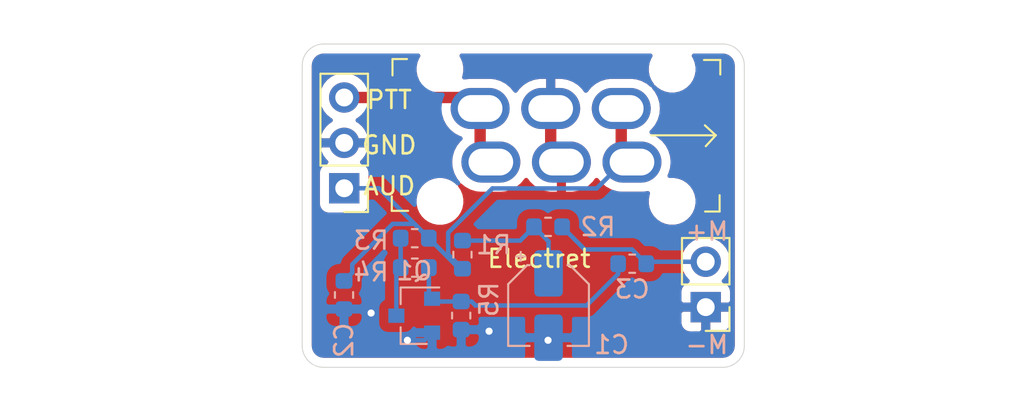
<source format=kicad_pcb>
(kicad_pcb (version 20171130) (host pcbnew "(5.1.4)-1")

  (general
    (thickness 1.6)
    (drawings 14)
    (tracks 57)
    (zones 0)
    (modules 12)
    (nets 8)
  )

  (page A4)
  (layers
    (0 F.Cu signal)
    (31 B.Cu signal hide)
    (32 B.Adhes user hide)
    (33 F.Adhes user)
    (34 B.Paste user hide)
    (35 F.Paste user)
    (36 B.SilkS user hide)
    (37 F.SilkS user)
    (38 B.Mask user hide)
    (39 F.Mask user)
    (40 Dwgs.User user)
    (41 Cmts.User user)
    (42 Eco1.User user)
    (43 Eco2.User user)
    (44 Edge.Cuts user)
    (45 Margin user)
    (46 B.CrtYd user hide)
    (47 F.CrtYd user)
    (48 B.Fab user hide)
    (49 F.Fab user)
  )

  (setup
    (last_trace_width 0.25)
    (user_trace_width 0.635)
    (trace_clearance 0.2)
    (zone_clearance 0.508)
    (zone_45_only no)
    (trace_min 0.2)
    (via_size 0.8)
    (via_drill 0.4)
    (via_min_size 0.4)
    (via_min_drill 0.3)
    (uvia_size 0.3)
    (uvia_drill 0.1)
    (uvias_allowed no)
    (uvia_min_size 0.2)
    (uvia_min_drill 0.1)
    (edge_width 0.05)
    (segment_width 0.2)
    (pcb_text_width 0.3)
    (pcb_text_size 1.5 1.5)
    (mod_edge_width 0.12)
    (mod_text_size 1 1)
    (mod_text_width 0.15)
    (pad_size 1.524 1.524)
    (pad_drill 0.762)
    (pad_to_mask_clearance 0.051)
    (solder_mask_min_width 0.25)
    (aux_axis_origin 0 0)
    (visible_elements 7FFFFFFF)
    (pcbplotparams
      (layerselection 0x010fc_ffffffff)
      (usegerberextensions false)
      (usegerberattributes false)
      (usegerberadvancedattributes false)
      (creategerberjobfile false)
      (excludeedgelayer true)
      (linewidth 0.100000)
      (plotframeref false)
      (viasonmask false)
      (mode 1)
      (useauxorigin false)
      (hpglpennumber 1)
      (hpglpenspeed 20)
      (hpglpendiameter 15.000000)
      (psnegative false)
      (psa4output false)
      (plotreference true)
      (plotvalue true)
      (plotinvisibletext false)
      (padsonsilk false)
      (subtractmaskfromsilk false)
      (outputformat 1)
      (mirror false)
      (drillshape 0)
      (scaleselection 1)
      (outputdirectory "GerbersElectret/"))
  )

  (net 0 "")
  (net 1 GND)
  (net 2 "Net-(C1-Pad1)")
  (net 3 "Net-(C2-Pad1)")
  (net 4 "Net-(C3-Pad2)")
  (net 5 "Net-(C3-Pad1)")
  (net 6 "Net-(J1-Pad3)")
  (net 7 "Net-(Q1-Pad3)")

  (net_class Default "This is the default net class."
    (clearance 0.2)
    (trace_width 0.25)
    (via_dia 0.8)
    (via_drill 0.4)
    (uvia_dia 0.3)
    (uvia_drill 0.1)
    (add_net GND)
    (add_net "Net-(C1-Pad1)")
    (add_net "Net-(C2-Pad1)")
    (add_net "Net-(C3-Pad1)")
    (add_net "Net-(C3-Pad2)")
    (add_net "Net-(J1-Pad3)")
    (add_net "Net-(Q1-Pad3)")
  )

  (module Logan:NingboSwitch (layer F.Cu) (tedit 5E6940D8) (tstamp 5E69CC49)
    (at 128.21 67.01)
    (path /5E6C7EB4)
    (fp_text reference S1 (at 0.49 -6.71 180) (layer F.SilkS) hide
      (effects (font (size 1 1) (thickness 0.15)))
    )
    (fp_text value NingboSwitch (at 0 0) (layer F.Fab)
      (effects (font (size 1 1) (thickness 0.15)))
    )
    (fp_line (start 8.9408 0) (end 8.3312 -0.5588) (layer F.SilkS) (width 0.12))
    (fp_line (start 8.9408 0) (end 8.382 0.6096) (layer F.SilkS) (width 0.12))
    (fp_line (start -9.1572 -3.3536) (end -9.1572 -4.268) (layer F.SilkS) (width 0.12))
    (fp_line (start -9.1572 -4.268) (end -8.3444 -4.268) (layer F.SilkS) (width 0.12))
    (fp_line (start -8.2812 4.2296) (end -9.1956 4.2296) (layer F.SilkS) (width 0.12))
    (fp_line (start -9.1956 4.2296) (end -9.1956 3.4168) (layer F.SilkS) (width 0.12))
    (fp_line (start 9.1572 3.3536) (end 9.1572 4.268) (layer F.SilkS) (width 0.12))
    (fp_line (start 9.1572 4.268) (end 8.3444 4.268) (layer F.SilkS) (width 0.12))
    (fp_line (start 8.9408 0) (end 5.334 0) (layer F.SilkS) (width 0.12))
    (fp_line (start 9.1948 -4.2164) (end 9.1948 -3.4036) (layer F.SilkS) (width 0.12))
    (fp_line (start 8.2804 -4.2164) (end 9.1948 -4.2164) (layer F.SilkS) (width 0.12))
    (fp_line (start -8.94 4) (end -8.94 -4) (layer F.CrtYd) (width 0.05))
    (fp_line (start 8.94 4) (end -8.94 4) (layer F.CrtYd) (width 0.05))
    (fp_line (start 8.94 -4) (end 8.94 4) (layer F.CrtYd) (width 0.05))
    (fp_line (start -8.94 -4) (end 8.94 -4) (layer F.CrtYd) (width 0.05))
    (pad "" np_thru_hole circle (at -6.5 3.7) (size 1.6 1.6) (drill 1.6) (layers *.Cu *.Mask))
    (pad "" np_thru_hole circle (at 6.5 3.7) (size 1.6 1.6) (drill 1.6) (layers *.Cu *.Mask))
    (pad "" np_thru_hole circle (at -6.5 -3.7) (size 1.6 1.6) (drill 1.6) (layers *.Cu *.Mask))
    (pad "" np_thru_hole circle (at 6.5 -3.7) (size 1.6 1.6) (drill 1.6) (layers *.Cu *.Mask))
    (pad 6 thru_hole oval (at 4.25 1.5) (size 3.3 2.3) (drill oval 2.5 1.5) (layers *.Cu *.Mask)
      (net 3 "Net-(C2-Pad1)"))
    (pad 5 thru_hole oval (at 3.65 -1.5) (size 3.3 2.3) (drill oval 2.5 1.5) (layers *.Cu *.Mask)
      (net 3 "Net-(C2-Pad1)"))
    (pad 4 thru_hole oval (at 0.3 1.5) (size 3.3 2.3) (drill oval 2.5 1.5) (layers *.Cu *.Mask)
      (net 1 GND))
    (pad 3 thru_hole oval (at -0.3 -1.5) (size 3.3 2.3) (drill oval 2.5 1.5) (layers *.Cu *.Mask)
      (net 1 GND))
    (pad 1 thru_hole oval (at -3.65 1.5) (size 3.3 2.3) (drill oval 2.5 1.5) (layers *.Cu *.Mask)
      (net 6 "Net-(J1-Pad3)"))
    (pad 2 thru_hole oval (at -4.25 -1.5) (size 3.3 2.3) (drill oval 2.5 1.5) (layers *.Cu *.Mask)
      (net 6 "Net-(J1-Pad3)"))
    (model C:/Users/lbleam/Documents/stepfiles/NingboSwitch.STEP
      (offset (xyz -1.9 -2.5 -12))
      (scale (xyz 1 1 1))
      (rotate (xyz 90 180 -90))
    )
  )

  (module Resistor_SMD:R_0603_1608Metric (layer B.Cu) (tedit 5B301BBD) (tstamp 5E69B9BA)
    (at 122.9 77.1025 270)
    (descr "Resistor SMD 0603 (1608 Metric), square (rectangular) end terminal, IPC_7351 nominal, (Body size source: http://www.tortai-tech.com/upload/download/2011102023233369053.pdf), generated with kicad-footprint-generator")
    (tags resistor)
    (path /5E6BFE4E)
    (attr smd)
    (fp_text reference R5 (at -0.9025 -1.56 270) (layer B.SilkS)
      (effects (font (size 1 1) (thickness 0.15)) (justify mirror))
    )
    (fp_text value 45k (at 0 -1.43 90) (layer B.Fab)
      (effects (font (size 1 1) (thickness 0.15)) (justify mirror))
    )
    (fp_text user %R (at 0 0 90) (layer B.Fab)
      (effects (font (size 0.4 0.4) (thickness 0.06)) (justify mirror))
    )
    (fp_line (start 1.48 -0.73) (end -1.48 -0.73) (layer B.CrtYd) (width 0.05))
    (fp_line (start 1.48 0.73) (end 1.48 -0.73) (layer B.CrtYd) (width 0.05))
    (fp_line (start -1.48 0.73) (end 1.48 0.73) (layer B.CrtYd) (width 0.05))
    (fp_line (start -1.48 -0.73) (end -1.48 0.73) (layer B.CrtYd) (width 0.05))
    (fp_line (start -0.162779 -0.51) (end 0.162779 -0.51) (layer B.SilkS) (width 0.12))
    (fp_line (start -0.162779 0.51) (end 0.162779 0.51) (layer B.SilkS) (width 0.12))
    (fp_line (start 0.8 -0.4) (end -0.8 -0.4) (layer B.Fab) (width 0.1))
    (fp_line (start 0.8 0.4) (end 0.8 -0.4) (layer B.Fab) (width 0.1))
    (fp_line (start -0.8 0.4) (end 0.8 0.4) (layer B.Fab) (width 0.1))
    (fp_line (start -0.8 -0.4) (end -0.8 0.4) (layer B.Fab) (width 0.1))
    (pad 2 smd roundrect (at 0.7875 0 270) (size 0.875 0.95) (layers B.Cu B.Paste B.Mask) (roundrect_rratio 0.25)
      (net 1 GND))
    (pad 1 smd roundrect (at -0.7875 0 270) (size 0.875 0.95) (layers B.Cu B.Paste B.Mask) (roundrect_rratio 0.25)
      (net 5 "Net-(C3-Pad1)"))
    (model ${KISYS3DMOD}/Resistor_SMD.3dshapes/R_0603_1608Metric.wrl
      (at (xyz 0 0 0))
      (scale (xyz 1 1 1))
      (rotate (xyz 0 0 0))
    )
  )

  (module Resistor_SMD:R_0603_1608Metric (layer B.Cu) (tedit 5B301BBD) (tstamp 5E69B9A9)
    (at 120.3025 74.42)
    (descr "Resistor SMD 0603 (1608 Metric), square (rectangular) end terminal, IPC_7351 nominal, (Body size source: http://www.tortai-tech.com/upload/download/2011102023233369053.pdf), generated with kicad-footprint-generator")
    (tags resistor)
    (path /5E6BF9E4)
    (attr smd)
    (fp_text reference R4 (at -2.4465 0.256) (layer B.SilkS)
      (effects (font (size 1 1) (thickness 0.15)) (justify mirror))
    )
    (fp_text value 100k (at 0 -1.43) (layer B.Fab)
      (effects (font (size 1 1) (thickness 0.15)) (justify mirror))
    )
    (fp_text user %R (at 0 0) (layer B.Fab)
      (effects (font (size 0.4 0.4) (thickness 0.06)) (justify mirror))
    )
    (fp_line (start 1.48 -0.73) (end -1.48 -0.73) (layer B.CrtYd) (width 0.05))
    (fp_line (start 1.48 0.73) (end 1.48 -0.73) (layer B.CrtYd) (width 0.05))
    (fp_line (start -1.48 0.73) (end 1.48 0.73) (layer B.CrtYd) (width 0.05))
    (fp_line (start -1.48 -0.73) (end -1.48 0.73) (layer B.CrtYd) (width 0.05))
    (fp_line (start -0.162779 -0.51) (end 0.162779 -0.51) (layer B.SilkS) (width 0.12))
    (fp_line (start -0.162779 0.51) (end 0.162779 0.51) (layer B.SilkS) (width 0.12))
    (fp_line (start 0.8 -0.4) (end -0.8 -0.4) (layer B.Fab) (width 0.1))
    (fp_line (start 0.8 0.4) (end 0.8 -0.4) (layer B.Fab) (width 0.1))
    (fp_line (start -0.8 0.4) (end 0.8 0.4) (layer B.Fab) (width 0.1))
    (fp_line (start -0.8 -0.4) (end -0.8 0.4) (layer B.Fab) (width 0.1))
    (pad 2 smd roundrect (at 0.7875 0) (size 0.875 0.95) (layers B.Cu B.Paste B.Mask) (roundrect_rratio 0.25)
      (net 5 "Net-(C3-Pad1)"))
    (pad 1 smd roundrect (at -0.7875 0) (size 0.875 0.95) (layers B.Cu B.Paste B.Mask) (roundrect_rratio 0.25)
      (net 7 "Net-(Q1-Pad3)"))
    (model ${KISYS3DMOD}/Resistor_SMD.3dshapes/R_0603_1608Metric.wrl
      (at (xyz 0 0 0))
      (scale (xyz 1 1 1))
      (rotate (xyz 0 0 0))
    )
  )

  (module Resistor_SMD:R_0603_1608Metric (layer B.Cu) (tedit 5B301BBD) (tstamp 5E69B998)
    (at 120.2975 72.77 180)
    (descr "Resistor SMD 0603 (1608 Metric), square (rectangular) end terminal, IPC_7351 nominal, (Body size source: http://www.tortai-tech.com/upload/download/2011102023233369053.pdf), generated with kicad-footprint-generator")
    (tags resistor)
    (path /5E6C050A)
    (attr smd)
    (fp_text reference R3 (at 2.4415 -0.128) (layer B.SilkS)
      (effects (font (size 1 1) (thickness 0.15)) (justify mirror))
    )
    (fp_text value 1k (at 0 -1.43) (layer B.Fab)
      (effects (font (size 1 1) (thickness 0.15)) (justify mirror))
    )
    (fp_text user %R (at 0 0) (layer B.Fab)
      (effects (font (size 0.4 0.4) (thickness 0.06)) (justify mirror))
    )
    (fp_line (start 1.48 -0.73) (end -1.48 -0.73) (layer B.CrtYd) (width 0.05))
    (fp_line (start 1.48 0.73) (end 1.48 -0.73) (layer B.CrtYd) (width 0.05))
    (fp_line (start -1.48 0.73) (end 1.48 0.73) (layer B.CrtYd) (width 0.05))
    (fp_line (start -1.48 -0.73) (end -1.48 0.73) (layer B.CrtYd) (width 0.05))
    (fp_line (start -0.162779 -0.51) (end 0.162779 -0.51) (layer B.SilkS) (width 0.12))
    (fp_line (start -0.162779 0.51) (end 0.162779 0.51) (layer B.SilkS) (width 0.12))
    (fp_line (start 0.8 -0.4) (end -0.8 -0.4) (layer B.Fab) (width 0.1))
    (fp_line (start 0.8 0.4) (end 0.8 -0.4) (layer B.Fab) (width 0.1))
    (fp_line (start -0.8 0.4) (end 0.8 0.4) (layer B.Fab) (width 0.1))
    (fp_line (start -0.8 -0.4) (end -0.8 0.4) (layer B.Fab) (width 0.1))
    (pad 2 smd roundrect (at 0.7875 0 180) (size 0.875 0.95) (layers B.Cu B.Paste B.Mask) (roundrect_rratio 0.25)
      (net 7 "Net-(Q1-Pad3)"))
    (pad 1 smd roundrect (at -0.7875 0 180) (size 0.875 0.95) (layers B.Cu B.Paste B.Mask) (roundrect_rratio 0.25)
      (net 3 "Net-(C2-Pad1)"))
    (model ${KISYS3DMOD}/Resistor_SMD.3dshapes/R_0603_1608Metric.wrl
      (at (xyz 0 0 0))
      (scale (xyz 1 1 1))
      (rotate (xyz 0 0 0))
    )
  )

  (module Resistor_SMD:R_0603_1608Metric (layer B.Cu) (tedit 5B301BBD) (tstamp 5E69B987)
    (at 127.762 72.136)
    (descr "Resistor SMD 0603 (1608 Metric), square (rectangular) end terminal, IPC_7351 nominal, (Body size source: http://www.tortai-tech.com/upload/download/2011102023233369053.pdf), generated with kicad-footprint-generator")
    (tags resistor)
    (path /5E6C3454)
    (attr smd)
    (fp_text reference R2 (at 2.794 0) (layer B.SilkS)
      (effects (font (size 1 1) (thickness 0.15)) (justify mirror))
    )
    (fp_text value 1k (at 0 -1.43) (layer B.Fab)
      (effects (font (size 1 1) (thickness 0.15)) (justify mirror))
    )
    (fp_text user %R (at 0 0) (layer B.Fab)
      (effects (font (size 0.4 0.4) (thickness 0.06)) (justify mirror))
    )
    (fp_line (start 1.48 -0.73) (end -1.48 -0.73) (layer B.CrtYd) (width 0.05))
    (fp_line (start 1.48 0.73) (end 1.48 -0.73) (layer B.CrtYd) (width 0.05))
    (fp_line (start -1.48 0.73) (end 1.48 0.73) (layer B.CrtYd) (width 0.05))
    (fp_line (start -1.48 -0.73) (end -1.48 0.73) (layer B.CrtYd) (width 0.05))
    (fp_line (start -0.162779 -0.51) (end 0.162779 -0.51) (layer B.SilkS) (width 0.12))
    (fp_line (start -0.162779 0.51) (end 0.162779 0.51) (layer B.SilkS) (width 0.12))
    (fp_line (start 0.8 -0.4) (end -0.8 -0.4) (layer B.Fab) (width 0.1))
    (fp_line (start 0.8 0.4) (end 0.8 -0.4) (layer B.Fab) (width 0.1))
    (fp_line (start -0.8 0.4) (end 0.8 0.4) (layer B.Fab) (width 0.1))
    (fp_line (start -0.8 -0.4) (end -0.8 0.4) (layer B.Fab) (width 0.1))
    (pad 2 smd roundrect (at 0.7875 0) (size 0.875 0.95) (layers B.Cu B.Paste B.Mask) (roundrect_rratio 0.25)
      (net 4 "Net-(C3-Pad2)"))
    (pad 1 smd roundrect (at -0.7875 0) (size 0.875 0.95) (layers B.Cu B.Paste B.Mask) (roundrect_rratio 0.25)
      (net 2 "Net-(C1-Pad1)"))
    (model ${KISYS3DMOD}/Resistor_SMD.3dshapes/R_0603_1608Metric.wrl
      (at (xyz 0 0 0))
      (scale (xyz 1 1 1))
      (rotate (xyz 0 0 0))
    )
  )

  (module Resistor_SMD:R_0603_1608Metric (layer B.Cu) (tedit 5B301BBD) (tstamp 5E69B976)
    (at 122.97 73.6925 270)
    (descr "Resistor SMD 0603 (1608 Metric), square (rectangular) end terminal, IPC_7351 nominal, (Body size source: http://www.tortai-tech.com/upload/download/2011102023233369053.pdf), generated with kicad-footprint-generator")
    (tags resistor)
    (path /5E6C29A5)
    (attr smd)
    (fp_text reference R1 (at -0.5405 -1.744 180) (layer B.SilkS)
      (effects (font (size 1 1) (thickness 0.15)) (justify mirror))
    )
    (fp_text value 2.2k (at 0 -1.43 90) (layer B.Fab)
      (effects (font (size 1 1) (thickness 0.15)) (justify mirror))
    )
    (fp_text user %R (at 0 0 90) (layer B.Fab)
      (effects (font (size 0.4 0.4) (thickness 0.06)) (justify mirror))
    )
    (fp_line (start 1.48 -0.73) (end -1.48 -0.73) (layer B.CrtYd) (width 0.05))
    (fp_line (start 1.48 0.73) (end 1.48 -0.73) (layer B.CrtYd) (width 0.05))
    (fp_line (start -1.48 0.73) (end 1.48 0.73) (layer B.CrtYd) (width 0.05))
    (fp_line (start -1.48 -0.73) (end -1.48 0.73) (layer B.CrtYd) (width 0.05))
    (fp_line (start -0.162779 -0.51) (end 0.162779 -0.51) (layer B.SilkS) (width 0.12))
    (fp_line (start -0.162779 0.51) (end 0.162779 0.51) (layer B.SilkS) (width 0.12))
    (fp_line (start 0.8 -0.4) (end -0.8 -0.4) (layer B.Fab) (width 0.1))
    (fp_line (start 0.8 0.4) (end 0.8 -0.4) (layer B.Fab) (width 0.1))
    (fp_line (start -0.8 0.4) (end 0.8 0.4) (layer B.Fab) (width 0.1))
    (fp_line (start -0.8 -0.4) (end -0.8 0.4) (layer B.Fab) (width 0.1))
    (pad 2 smd roundrect (at 0.7875 0 270) (size 0.875 0.95) (layers B.Cu B.Paste B.Mask) (roundrect_rratio 0.25)
      (net 3 "Net-(C2-Pad1)"))
    (pad 1 smd roundrect (at -0.7875 0 270) (size 0.875 0.95) (layers B.Cu B.Paste B.Mask) (roundrect_rratio 0.25)
      (net 2 "Net-(C1-Pad1)"))
    (model ${KISYS3DMOD}/Resistor_SMD.3dshapes/R_0603_1608Metric.wrl
      (at (xyz 0 0 0))
      (scale (xyz 1 1 1))
      (rotate (xyz 0 0 0))
    )
  )

  (module Package_TO_SOT_SMD:SOT-23 (layer B.Cu) (tedit 5A02FF57) (tstamp 5E69B965)
    (at 120.27 77.11 180)
    (descr "SOT-23, Standard")
    (tags SOT-23)
    (path /5E6BED3B)
    (attr smd)
    (fp_text reference Q1 (at 0 2.5) (layer B.SilkS)
      (effects (font (size 1 1) (thickness 0.15)) (justify mirror))
    )
    (fp_text value BC850 (at 0 -2.5) (layer B.Fab)
      (effects (font (size 1 1) (thickness 0.15)) (justify mirror))
    )
    (fp_line (start 0.76 -1.58) (end -0.7 -1.58) (layer B.SilkS) (width 0.12))
    (fp_line (start 0.76 1.58) (end -1.4 1.58) (layer B.SilkS) (width 0.12))
    (fp_line (start -1.7 -1.75) (end -1.7 1.75) (layer B.CrtYd) (width 0.05))
    (fp_line (start 1.7 -1.75) (end -1.7 -1.75) (layer B.CrtYd) (width 0.05))
    (fp_line (start 1.7 1.75) (end 1.7 -1.75) (layer B.CrtYd) (width 0.05))
    (fp_line (start -1.7 1.75) (end 1.7 1.75) (layer B.CrtYd) (width 0.05))
    (fp_line (start 0.76 1.58) (end 0.76 0.65) (layer B.SilkS) (width 0.12))
    (fp_line (start 0.76 -1.58) (end 0.76 -0.65) (layer B.SilkS) (width 0.12))
    (fp_line (start -0.7 -1.52) (end 0.7 -1.52) (layer B.Fab) (width 0.1))
    (fp_line (start 0.7 1.52) (end 0.7 -1.52) (layer B.Fab) (width 0.1))
    (fp_line (start -0.7 0.95) (end -0.15 1.52) (layer B.Fab) (width 0.1))
    (fp_line (start -0.15 1.52) (end 0.7 1.52) (layer B.Fab) (width 0.1))
    (fp_line (start -0.7 0.95) (end -0.7 -1.5) (layer B.Fab) (width 0.1))
    (fp_text user %R (at 0 0 270) (layer B.Fab)
      (effects (font (size 0.5 0.5) (thickness 0.075)) (justify mirror))
    )
    (pad 3 smd rect (at 1 0 180) (size 0.9 0.8) (layers B.Cu B.Paste B.Mask)
      (net 7 "Net-(Q1-Pad3)"))
    (pad 2 smd rect (at -1 -0.95 180) (size 0.9 0.8) (layers B.Cu B.Paste B.Mask)
      (net 1 GND))
    (pad 1 smd rect (at -1 0.95 180) (size 0.9 0.8) (layers B.Cu B.Paste B.Mask)
      (net 5 "Net-(C3-Pad1)"))
    (model ${KISYS3DMOD}/Package_TO_SOT_SMD.3dshapes/SOT-23.wrl
      (at (xyz 0 0 0))
      (scale (xyz 1 1 1))
      (rotate (xyz 0 0 0))
    )
  )

  (module Connector_PinHeader_2.54mm:PinHeader_1x02_P2.54mm_Vertical (layer F.Cu) (tedit 59FED5CC) (tstamp 5E69B950)
    (at 136.59 76.63 180)
    (descr "Through hole straight pin header, 1x02, 2.54mm pitch, single row")
    (tags "Through hole pin header THT 1x02 2.54mm single row")
    (path /5E6C72F4)
    (fp_text reference J2 (at 0 -2.57) (layer F.SilkS) hide
      (effects (font (size 1 1) (thickness 0.15)))
    )
    (fp_text value Conn_01x02_Female (at -10.11 0.03) (layer F.Fab)
      (effects (font (size 1 1) (thickness 0.15)))
    )
    (fp_text user %R (at 0 1.27 90) (layer F.Fab)
      (effects (font (size 1 1) (thickness 0.15)))
    )
    (fp_line (start 1.8 -1.8) (end -1.8 -1.8) (layer F.CrtYd) (width 0.05))
    (fp_line (start 1.8 4.35) (end 1.8 -1.8) (layer F.CrtYd) (width 0.05))
    (fp_line (start -1.8 4.35) (end 1.8 4.35) (layer F.CrtYd) (width 0.05))
    (fp_line (start -1.8 -1.8) (end -1.8 4.35) (layer F.CrtYd) (width 0.05))
    (fp_line (start -1.33 -1.33) (end 0 -1.33) (layer F.SilkS) (width 0.12))
    (fp_line (start -1.33 0) (end -1.33 -1.33) (layer F.SilkS) (width 0.12))
    (fp_line (start -1.33 1.27) (end 1.33 1.27) (layer F.SilkS) (width 0.12))
    (fp_line (start 1.33 1.27) (end 1.33 3.87) (layer F.SilkS) (width 0.12))
    (fp_line (start -1.33 1.27) (end -1.33 3.87) (layer F.SilkS) (width 0.12))
    (fp_line (start -1.33 3.87) (end 1.33 3.87) (layer F.SilkS) (width 0.12))
    (fp_line (start -1.27 -0.635) (end -0.635 -1.27) (layer F.Fab) (width 0.1))
    (fp_line (start -1.27 3.81) (end -1.27 -0.635) (layer F.Fab) (width 0.1))
    (fp_line (start 1.27 3.81) (end -1.27 3.81) (layer F.Fab) (width 0.1))
    (fp_line (start 1.27 -1.27) (end 1.27 3.81) (layer F.Fab) (width 0.1))
    (fp_line (start -0.635 -1.27) (end 1.27 -1.27) (layer F.Fab) (width 0.1))
    (pad 2 thru_hole oval (at 0 2.54 180) (size 1.7 1.7) (drill 1) (layers *.Cu *.Mask)
      (net 4 "Net-(C3-Pad2)"))
    (pad 1 thru_hole rect (at 0 0 180) (size 1.7 1.7) (drill 1) (layers *.Cu *.Mask)
      (net 1 GND))
  )

  (module Connector_PinHeader_2.54mm:PinHeader_1x03_P2.54mm_Vertical (layer F.Cu) (tedit 59FED5CC) (tstamp 5E69B93A)
    (at 116.35 69.975 180)
    (descr "Through hole straight pin header, 1x03, 2.54mm pitch, single row")
    (tags "Through hole pin header THT 1x03 2.54mm single row")
    (path /5E6C98EA)
    (fp_text reference J1 (at 0.05 -2.725) (layer F.SilkS) hide
      (effects (font (size 1 1) (thickness 0.15)))
    )
    (fp_text value Conn_01x03_Female (at 11.55 6.975) (layer F.Fab)
      (effects (font (size 1 1) (thickness 0.15)))
    )
    (fp_text user %R (at 0 2.54 90) (layer F.Fab)
      (effects (font (size 1 1) (thickness 0.15)))
    )
    (fp_line (start 1.8 -1.8) (end -1.8 -1.8) (layer F.CrtYd) (width 0.05))
    (fp_line (start 1.8 6.85) (end 1.8 -1.8) (layer F.CrtYd) (width 0.05))
    (fp_line (start -1.8 6.85) (end 1.8 6.85) (layer F.CrtYd) (width 0.05))
    (fp_line (start -1.8 -1.8) (end -1.8 6.85) (layer F.CrtYd) (width 0.05))
    (fp_line (start -1.33 -1.33) (end 0 -1.33) (layer F.SilkS) (width 0.12))
    (fp_line (start -1.33 0) (end -1.33 -1.33) (layer F.SilkS) (width 0.12))
    (fp_line (start -1.33 1.27) (end 1.33 1.27) (layer F.SilkS) (width 0.12))
    (fp_line (start 1.33 1.27) (end 1.33 6.41) (layer F.SilkS) (width 0.12))
    (fp_line (start -1.33 1.27) (end -1.33 6.41) (layer F.SilkS) (width 0.12))
    (fp_line (start -1.33 6.41) (end 1.33 6.41) (layer F.SilkS) (width 0.12))
    (fp_line (start -1.27 -0.635) (end -0.635 -1.27) (layer F.Fab) (width 0.1))
    (fp_line (start -1.27 6.35) (end -1.27 -0.635) (layer F.Fab) (width 0.1))
    (fp_line (start 1.27 6.35) (end -1.27 6.35) (layer F.Fab) (width 0.1))
    (fp_line (start 1.27 -1.27) (end 1.27 6.35) (layer F.Fab) (width 0.1))
    (fp_line (start -0.635 -1.27) (end 1.27 -1.27) (layer F.Fab) (width 0.1))
    (pad 3 thru_hole oval (at 0 5.08 180) (size 1.7 1.7) (drill 1) (layers *.Cu *.Mask)
      (net 6 "Net-(J1-Pad3)"))
    (pad 2 thru_hole oval (at 0 2.54 180) (size 1.7 1.7) (drill 1) (layers *.Cu *.Mask)
      (net 1 GND))
    (pad 1 thru_hole rect (at 0 0 180) (size 1.7 1.7) (drill 1) (layers *.Cu *.Mask)
      (net 3 "Net-(C2-Pad1)"))
  )

  (module Capacitor_SMD:C_0603_1608Metric (layer B.Cu) (tedit 5B301BBE) (tstamp 5E69B923)
    (at 132.4725 74.2)
    (descr "Capacitor SMD 0603 (1608 Metric), square (rectangular) end terminal, IPC_7351 nominal, (Body size source: http://www.tortai-tech.com/upload/download/2011102023233369053.pdf), generated with kicad-footprint-generator")
    (tags capacitor)
    (path /5E6C507C)
    (attr smd)
    (fp_text reference C3 (at 0 1.43) (layer B.SilkS)
      (effects (font (size 1 1) (thickness 0.15)) (justify mirror))
    )
    (fp_text value C (at 0 -1.43) (layer B.Fab)
      (effects (font (size 1 1) (thickness 0.15)) (justify mirror))
    )
    (fp_text user %R (at 0 0) (layer B.Fab)
      (effects (font (size 0.4 0.4) (thickness 0.06)) (justify mirror))
    )
    (fp_line (start 1.48 -0.73) (end -1.48 -0.73) (layer B.CrtYd) (width 0.05))
    (fp_line (start 1.48 0.73) (end 1.48 -0.73) (layer B.CrtYd) (width 0.05))
    (fp_line (start -1.48 0.73) (end 1.48 0.73) (layer B.CrtYd) (width 0.05))
    (fp_line (start -1.48 -0.73) (end -1.48 0.73) (layer B.CrtYd) (width 0.05))
    (fp_line (start -0.162779 -0.51) (end 0.162779 -0.51) (layer B.SilkS) (width 0.12))
    (fp_line (start -0.162779 0.51) (end 0.162779 0.51) (layer B.SilkS) (width 0.12))
    (fp_line (start 0.8 -0.4) (end -0.8 -0.4) (layer B.Fab) (width 0.1))
    (fp_line (start 0.8 0.4) (end 0.8 -0.4) (layer B.Fab) (width 0.1))
    (fp_line (start -0.8 0.4) (end 0.8 0.4) (layer B.Fab) (width 0.1))
    (fp_line (start -0.8 -0.4) (end -0.8 0.4) (layer B.Fab) (width 0.1))
    (pad 2 smd roundrect (at 0.7875 0) (size 0.875 0.95) (layers B.Cu B.Paste B.Mask) (roundrect_rratio 0.25)
      (net 4 "Net-(C3-Pad2)"))
    (pad 1 smd roundrect (at -0.7875 0) (size 0.875 0.95) (layers B.Cu B.Paste B.Mask) (roundrect_rratio 0.25)
      (net 5 "Net-(C3-Pad1)"))
    (model ${KISYS3DMOD}/Capacitor_SMD.3dshapes/C_0603_1608Metric.wrl
      (at (xyz 0 0 0))
      (scale (xyz 1 1 1))
      (rotate (xyz 0 0 0))
    )
  )

  (module Capacitor_SMD:C_0603_1608Metric (layer B.Cu) (tedit 5B301BBE) (tstamp 5E69B912)
    (at 116.34 75.95 270)
    (descr "Capacitor SMD 0603 (1608 Metric), square (rectangular) end terminal, IPC_7351 nominal, (Body size source: http://www.tortai-tech.com/upload/download/2011102023233369053.pdf), generated with kicad-footprint-generator")
    (tags capacitor)
    (path /5E6C17B0)
    (attr smd)
    (fp_text reference C2 (at 2.536 0.008 90) (layer B.SilkS)
      (effects (font (size 1 1) (thickness 0.15)) (justify mirror))
    )
    (fp_text value 0.1u (at 0 -1.43 90) (layer B.Fab)
      (effects (font (size 1 1) (thickness 0.15)) (justify mirror))
    )
    (fp_text user %R (at 0 0 90) (layer B.Fab)
      (effects (font (size 0.4 0.4) (thickness 0.06)) (justify mirror))
    )
    (fp_line (start 1.48 -0.73) (end -1.48 -0.73) (layer B.CrtYd) (width 0.05))
    (fp_line (start 1.48 0.73) (end 1.48 -0.73) (layer B.CrtYd) (width 0.05))
    (fp_line (start -1.48 0.73) (end 1.48 0.73) (layer B.CrtYd) (width 0.05))
    (fp_line (start -1.48 -0.73) (end -1.48 0.73) (layer B.CrtYd) (width 0.05))
    (fp_line (start -0.162779 -0.51) (end 0.162779 -0.51) (layer B.SilkS) (width 0.12))
    (fp_line (start -0.162779 0.51) (end 0.162779 0.51) (layer B.SilkS) (width 0.12))
    (fp_line (start 0.8 -0.4) (end -0.8 -0.4) (layer B.Fab) (width 0.1))
    (fp_line (start 0.8 0.4) (end 0.8 -0.4) (layer B.Fab) (width 0.1))
    (fp_line (start -0.8 0.4) (end 0.8 0.4) (layer B.Fab) (width 0.1))
    (fp_line (start -0.8 -0.4) (end -0.8 0.4) (layer B.Fab) (width 0.1))
    (pad 2 smd roundrect (at 0.7875 0 270) (size 0.875 0.95) (layers B.Cu B.Paste B.Mask) (roundrect_rratio 0.25)
      (net 1 GND))
    (pad 1 smd roundrect (at -0.7875 0 270) (size 0.875 0.95) (layers B.Cu B.Paste B.Mask) (roundrect_rratio 0.25)
      (net 3 "Net-(C2-Pad1)"))
    (model ${KISYS3DMOD}/Capacitor_SMD.3dshapes/C_0603_1608Metric.wrl
      (at (xyz 0 0 0))
      (scale (xyz 1 1 1))
      (rotate (xyz 0 0 0))
    )
  )

  (module Capacitor_SMD:CP_Elec_4x4.5 (layer B.Cu) (tedit 5BCA39CF) (tstamp 5E69B901)
    (at 127.79 76.54 270)
    (descr "SMD capacitor, aluminum electrolytic, Nichicon, 4.0x4.5mm")
    (tags "capacitor electrolytic")
    (path /5E6C2A46)
    (attr smd)
    (fp_text reference C1 (at 2.2 -3.528 180) (layer B.SilkS)
      (effects (font (size 1 1) (thickness 0.15)) (justify mirror))
    )
    (fp_text value 4.7u (at 0 -3.2 90) (layer B.Fab)
      (effects (font (size 1 1) (thickness 0.15)) (justify mirror))
    )
    (fp_text user %R (at 0 0 90) (layer B.Fab)
      (effects (font (size 0.8 0.8) (thickness 0.12)) (justify mirror))
    )
    (fp_line (start -3.35 -1.05) (end -2.4 -1.05) (layer B.CrtYd) (width 0.05))
    (fp_line (start -3.35 1.05) (end -3.35 -1.05) (layer B.CrtYd) (width 0.05))
    (fp_line (start -2.4 1.05) (end -3.35 1.05) (layer B.CrtYd) (width 0.05))
    (fp_line (start -2.4 -1.05) (end -2.4 -1.25) (layer B.CrtYd) (width 0.05))
    (fp_line (start -2.4 1.25) (end -2.4 1.05) (layer B.CrtYd) (width 0.05))
    (fp_line (start -2.4 1.25) (end -1.25 2.4) (layer B.CrtYd) (width 0.05))
    (fp_line (start -2.4 -1.25) (end -1.25 -2.4) (layer B.CrtYd) (width 0.05))
    (fp_line (start -1.25 2.4) (end 2.4 2.4) (layer B.CrtYd) (width 0.05))
    (fp_line (start -1.25 -2.4) (end 2.4 -2.4) (layer B.CrtYd) (width 0.05))
    (fp_line (start 2.4 -1.05) (end 2.4 -2.4) (layer B.CrtYd) (width 0.05))
    (fp_line (start 3.35 -1.05) (end 2.4 -1.05) (layer B.CrtYd) (width 0.05))
    (fp_line (start 3.35 1.05) (end 3.35 -1.05) (layer B.CrtYd) (width 0.05))
    (fp_line (start 2.4 1.05) (end 3.35 1.05) (layer B.CrtYd) (width 0.05))
    (fp_line (start 2.4 2.4) (end 2.4 1.05) (layer B.CrtYd) (width 0.05))
    (fp_line (start -2.75 1.81) (end -2.75 1.31) (layer B.SilkS) (width 0.12))
    (fp_line (start -3 1.56) (end -2.5 1.56) (layer B.SilkS) (width 0.12))
    (fp_line (start -2.26 -1.195563) (end -1.195563 -2.26) (layer B.SilkS) (width 0.12))
    (fp_line (start -2.26 1.195563) (end -1.195563 2.26) (layer B.SilkS) (width 0.12))
    (fp_line (start -2.26 1.195563) (end -2.26 1.06) (layer B.SilkS) (width 0.12))
    (fp_line (start -2.26 -1.195563) (end -2.26 -1.06) (layer B.SilkS) (width 0.12))
    (fp_line (start -1.195563 -2.26) (end 2.26 -2.26) (layer B.SilkS) (width 0.12))
    (fp_line (start -1.195563 2.26) (end 2.26 2.26) (layer B.SilkS) (width 0.12))
    (fp_line (start 2.26 2.26) (end 2.26 1.06) (layer B.SilkS) (width 0.12))
    (fp_line (start 2.26 -2.26) (end 2.26 -1.06) (layer B.SilkS) (width 0.12))
    (fp_line (start -1.374773 1.2) (end -1.374773 0.8) (layer B.Fab) (width 0.1))
    (fp_line (start -1.574773 1) (end -1.174773 1) (layer B.Fab) (width 0.1))
    (fp_line (start -2.15 -1.15) (end -1.15 -2.15) (layer B.Fab) (width 0.1))
    (fp_line (start -2.15 1.15) (end -1.15 2.15) (layer B.Fab) (width 0.1))
    (fp_line (start -2.15 1.15) (end -2.15 -1.15) (layer B.Fab) (width 0.1))
    (fp_line (start -1.15 -2.15) (end 2.15 -2.15) (layer B.Fab) (width 0.1))
    (fp_line (start -1.15 2.15) (end 2.15 2.15) (layer B.Fab) (width 0.1))
    (fp_line (start 2.15 2.15) (end 2.15 -2.15) (layer B.Fab) (width 0.1))
    (fp_circle (center 0 0) (end 2 0) (layer B.Fab) (width 0.1))
    (pad 2 smd roundrect (at 1.8 0 270) (size 2.6 1.6) (layers B.Cu B.Paste B.Mask) (roundrect_rratio 0.15625)
      (net 1 GND))
    (pad 1 smd roundrect (at -1.8 0 270) (size 2.6 1.6) (layers B.Cu B.Paste B.Mask) (roundrect_rratio 0.15625)
      (net 2 "Net-(C1-Pad1)"))
    (model ${KISYS3DMOD}/Capacitor_SMD.3dshapes/CP_Elec_4x4.5.wrl
      (at (xyz 0 0 0))
      (scale (xyz 1 1 1))
      (rotate (xyz 0 0 0))
    )
  )

  (gr_text Electret (at 127.254 73.914) (layer F.SilkS)
    (effects (font (size 1 1) (thickness 0.15)))
  )
  (gr_text AUD (at 118.872 69.85) (layer F.SilkS)
    (effects (font (size 1 1) (thickness 0.15)))
  )
  (gr_text PTT (at 118.872 65.024) (layer F.SilkS)
    (effects (font (size 1 1) (thickness 0.15)))
  )
  (gr_text GND (at 118.872 67.564) (layer F.SilkS)
    (effects (font (size 1 1) (thickness 0.15)))
  )
  (gr_text M- (at 136.652 78.74) (layer B.SilkS)
    (effects (font (size 1 1) (thickness 0.15)) (justify mirror))
  )
  (gr_text M+ (at 136.652 72.39) (layer B.SilkS)
    (effects (font (size 1 1) (thickness 0.15)) (justify mirror))
  )
  (gr_arc (start 137.55 78.8) (end 137.55 80) (angle -90) (layer Edge.Cuts) (width 0.05) (tstamp 5E69DD8E))
  (gr_arc (start 115.2 78.8) (end 114 78.8) (angle -90) (layer Edge.Cuts) (width 0.05) (tstamp 5E69DD8E))
  (gr_arc (start 137.55 63.1) (end 138.75 63.1) (angle -90) (layer Edge.Cuts) (width 0.05) (tstamp 5E69DD8E))
  (gr_arc (start 115.2 63.1) (end 115.2 61.9) (angle -90) (layer Edge.Cuts) (width 0.05))
  (gr_line (start 115.2 80) (end 137.55 80) (layer Edge.Cuts) (width 0.05))
  (gr_line (start 138.75 78.8) (end 138.75 63.1) (layer Edge.Cuts) (width 0.05))
  (gr_line (start 137.55 61.9) (end 115.2 61.9) (layer Edge.Cuts) (width 0.05))
  (gr_line (start 114 63.1) (end 114 78.8) (layer Edge.Cuts) (width 0.05))

  (via (at 127.762 78.486) (size 0.8) (drill 0.4) (layers F.Cu B.Cu) (net 1))
  (segment (start 127.91 67.91) (end 128.51 68.51) (width 0.635) (layer F.Cu) (net 1))
  (segment (start 127.91 65.51) (end 127.91 67.91) (width 0.635) (layer F.Cu) (net 1))
  (via (at 124.46 77.978) (size 0.8) (drill 0.4) (layers F.Cu B.Cu) (net 1))
  (via (at 119.888 78.486) (size 0.8) (drill 0.4) (layers F.Cu B.Cu) (net 1))
  (via (at 117.856 76.962) (size 0.8) (drill 0.4) (layers F.Cu B.Cu) (net 1))
  (segment (start 117.6315 76.7375) (end 117.856 76.962) (width 0.25) (layer B.Cu) (net 1))
  (segment (start 116.34 76.7375) (end 117.6315 76.7375) (width 0.25) (layer B.Cu) (net 1))
  (segment (start 120.844 78.486) (end 121.27 78.06) (width 0.25) (layer B.Cu) (net 1))
  (segment (start 119.888 78.486) (end 120.844 78.486) (width 0.25) (layer B.Cu) (net 1))
  (segment (start 124.372 77.89) (end 124.46 77.978) (width 0.25) (layer B.Cu) (net 1))
  (segment (start 122.9 77.89) (end 124.372 77.89) (width 0.25) (layer B.Cu) (net 1))
  (segment (start 126.2055 72.905) (end 126.9745 72.136) (width 0.25) (layer B.Cu) (net 2))
  (segment (start 122.97 72.905) (end 126.2055 72.905) (width 0.25) (layer B.Cu) (net 2))
  (segment (start 127.79 72.9515) (end 126.9745 72.136) (width 0.25) (layer B.Cu) (net 2))
  (segment (start 127.79 74.74) (end 127.79 72.9515) (width 0.25) (layer B.Cu) (net 2))
  (segment (start 120.623388 72.308388) (end 121.085 72.77) (width 0.25) (layer B.Cu) (net 3))
  (segment (start 120.28499 71.96999) (end 120.623388 72.308388) (width 0.25) (layer B.Cu) (net 3))
  (segment (start 119.066016 71.96999) (end 120.28499 71.96999) (width 0.25) (layer B.Cu) (net 3))
  (segment (start 116.801612 74.234394) (end 119.066016 71.96999) (width 0.25) (layer B.Cu) (net 3))
  (segment (start 116.801612 74.700888) (end 116.801612 74.234394) (width 0.25) (layer B.Cu) (net 3))
  (segment (start 116.34 75.1625) (end 116.801612 74.700888) (width 0.25) (layer B.Cu) (net 3))
  (segment (start 122.795 74.48) (end 122.97 74.48) (width 0.25) (layer B.Cu) (net 3))
  (segment (start 121.085 72.77) (end 122.795 74.48) (width 0.25) (layer B.Cu) (net 3))
  (segment (start 131.96 68.51) (end 132.46 68.51) (width 0.25) (layer B.Cu) (net 3))
  (segment (start 130.48499 69.98501) (end 131.96 68.51) (width 0.25) (layer B.Cu) (net 3))
  (segment (start 124.645996 69.98501) (end 130.48499 69.98501) (width 0.25) (layer B.Cu) (net 3))
  (segment (start 122.16999 72.461016) (end 124.645996 69.98501) (width 0.25) (layer B.Cu) (net 3))
  (segment (start 122.16999 73.67999) (end 122.16999 72.461016) (width 0.25) (layer B.Cu) (net 3))
  (segment (start 122.97 74.48) (end 122.16999 73.67999) (width 0.25) (layer B.Cu) (net 3))
  (segment (start 131.86 67.91) (end 132.46 68.51) (width 0.635) (layer F.Cu) (net 3))
  (segment (start 131.86 65.51) (end 131.86 67.91) (width 0.635) (layer F.Cu) (net 3))
  (segment (start 118.29 69.975) (end 121.085 72.77) (width 0.25) (layer B.Cu) (net 3))
  (segment (start 116.35 69.975) (end 118.29 69.975) (width 0.25) (layer B.Cu) (net 3))
  (segment (start 132.798388 73.738388) (end 133.26 74.2) (width 0.25) (layer B.Cu) (net 4))
  (segment (start 132.45999 73.39999) (end 132.798388 73.738388) (width 0.25) (layer B.Cu) (net 4))
  (segment (start 129.81349 73.39999) (end 132.45999 73.39999) (width 0.25) (layer B.Cu) (net 4))
  (segment (start 128.5495 72.136) (end 129.81349 73.39999) (width 0.25) (layer B.Cu) (net 4))
  (segment (start 133.37 74.09) (end 133.26 74.2) (width 0.25) (layer B.Cu) (net 4))
  (segment (start 136.59 74.09) (end 133.37 74.09) (width 0.25) (layer B.Cu) (net 4))
  (segment (start 121.425 76.315) (end 121.27 76.16) (width 0.25) (layer B.Cu) (net 5))
  (segment (start 122.9 76.315) (end 121.425 76.315) (width 0.25) (layer B.Cu) (net 5))
  (segment (start 121.09 75.98) (end 121.27 76.16) (width 0.25) (layer B.Cu) (net 5))
  (segment (start 121.09 74.42) (end 121.09 75.98) (width 0.25) (layer B.Cu) (net 5))
  (segment (start 123.475 76.315) (end 122.9 76.315) (width 0.25) (layer B.Cu) (net 5))
  (segment (start 123.7 76.54) (end 123.475 76.315) (width 0.25) (layer B.Cu) (net 5))
  (segment (start 129.92 76.54) (end 123.7 76.54) (width 0.25) (layer B.Cu) (net 5))
  (segment (start 131.685 74.2) (end 131.685 74.775) (width 0.25) (layer B.Cu) (net 5))
  (segment (start 131.685 74.775) (end 129.92 76.54) (width 0.25) (layer B.Cu) (net 5))
  (segment (start 123.96 67.91) (end 124.56 68.51) (width 0.635) (layer F.Cu) (net 6))
  (segment (start 123.96 65.51) (end 123.96 67.91) (width 0.635) (layer F.Cu) (net 6))
  (segment (start 123.345 64.895) (end 123.96 65.51) (width 0.635) (layer F.Cu) (net 6))
  (segment (start 116.35 64.895) (end 123.345 64.895) (width 0.635) (layer F.Cu) (net 6))
  (segment (start 119.51 74.415) (end 119.515 74.42) (width 0.25) (layer B.Cu) (net 7))
  (segment (start 119.51 72.77) (end 119.51 74.415) (width 0.25) (layer B.Cu) (net 7))
  (segment (start 119.27 74.665) (end 119.515 74.42) (width 0.25) (layer B.Cu) (net 7))
  (segment (start 119.27 77.11) (end 119.27 74.665) (width 0.25) (layer B.Cu) (net 7))

  (zone (net 1) (net_name GND) (layer F.Cu) (tstamp 5E694E6C) (hatch edge 0.508)
    (connect_pads (clearance 0.508))
    (min_thickness 0.254)
    (fill yes (arc_segments 32) (thermal_gap 0.508) (thermal_bridge_width 0.508))
    (polygon
      (pts
        (xy 141.732 59.436) (xy 110.998 59.436) (xy 110.998 82.042) (xy 141.732 82.042)
      )
    )
    (filled_polygon
      (pts
        (xy 120.43832 62.630273) (xy 120.330147 62.891426) (xy 120.275 63.168665) (xy 120.275 63.451335) (xy 120.330147 63.728574)
        (xy 120.418758 63.9425) (xy 117.489364 63.9425) (xy 117.405134 63.839866) (xy 117.179014 63.654294) (xy 116.921034 63.516401)
        (xy 116.641111 63.431487) (xy 116.42295 63.41) (xy 116.27705 63.41) (xy 116.058889 63.431487) (xy 115.778966 63.516401)
        (xy 115.520986 63.654294) (xy 115.294866 63.839866) (xy 115.109294 64.065986) (xy 114.971401 64.323966) (xy 114.886487 64.603889)
        (xy 114.857815 64.895) (xy 114.886487 65.186111) (xy 114.971401 65.466034) (xy 115.109294 65.724014) (xy 115.294866 65.950134)
        (xy 115.520986 66.135706) (xy 115.585523 66.170201) (xy 115.468645 66.239822) (xy 115.252412 66.434731) (xy 115.078359 66.66808)
        (xy 114.953175 66.930901) (xy 114.908524 67.07811) (xy 115.029845 67.308) (xy 116.223 67.308) (xy 116.223 67.288)
        (xy 116.477 67.288) (xy 116.477 67.308) (xy 117.670155 67.308) (xy 117.791476 67.07811) (xy 117.746825 66.930901)
        (xy 117.621641 66.66808) (xy 117.447588 66.434731) (xy 117.231355 66.239822) (xy 117.114477 66.170201) (xy 117.179014 66.135706)
        (xy 117.405134 65.950134) (xy 117.489364 65.8475) (xy 121.699605 65.8475) (xy 121.700828 65.859921) (xy 121.802896 66.196395)
        (xy 121.968646 66.506491) (xy 122.191708 66.778292) (xy 122.463509 67.001354) (xy 122.773605 67.167104) (xy 122.853195 67.191247)
        (xy 122.791708 67.241708) (xy 122.568646 67.513509) (xy 122.402896 67.823605) (xy 122.300828 68.160079) (xy 122.266364 68.51)
        (xy 122.300828 68.859921) (xy 122.402896 69.196395) (xy 122.568646 69.506491) (xy 122.718573 69.689177) (xy 122.624759 69.595363)
        (xy 122.389727 69.43832) (xy 122.128574 69.330147) (xy 121.851335 69.275) (xy 121.568665 69.275) (xy 121.291426 69.330147)
        (xy 121.030273 69.43832) (xy 120.795241 69.595363) (xy 120.595363 69.795241) (xy 120.43832 70.030273) (xy 120.330147 70.291426)
        (xy 120.275 70.568665) (xy 120.275 70.851335) (xy 120.330147 71.128574) (xy 120.43832 71.389727) (xy 120.595363 71.624759)
        (xy 120.795241 71.824637) (xy 121.030273 71.98168) (xy 121.291426 72.089853) (xy 121.568665 72.145) (xy 121.851335 72.145)
        (xy 122.128574 72.089853) (xy 122.389727 71.98168) (xy 122.624759 71.824637) (xy 122.824637 71.624759) (xy 122.98168 71.389727)
        (xy 123.089853 71.128574) (xy 123.145 70.851335) (xy 123.145 70.568665) (xy 123.089853 70.291426) (xy 122.98168 70.030273)
        (xy 122.839543 69.817549) (xy 123.063509 70.001354) (xy 123.373605 70.167104) (xy 123.710079 70.269172) (xy 123.972317 70.295)
        (xy 125.147683 70.295) (xy 125.409921 70.269172) (xy 125.746395 70.167104) (xy 126.056491 70.001354) (xy 126.328292 69.778292)
        (xy 126.541742 69.518203) (xy 126.658011 69.682383) (xy 126.91271 69.923616) (xy 127.209577 70.110524) (xy 127.537204 70.235925)
        (xy 127.883 70.295) (xy 128.383 70.295) (xy 128.383 68.637) (xy 128.363 68.637) (xy 128.363 68.383)
        (xy 128.383 68.383) (xy 128.383 68.363) (xy 128.637 68.363) (xy 128.637 68.383) (xy 128.657 68.383)
        (xy 128.657 68.637) (xy 128.637 68.637) (xy 128.637 70.295) (xy 129.137 70.295) (xy 129.482796 70.235925)
        (xy 129.810423 70.110524) (xy 130.10729 69.923616) (xy 130.361989 69.682383) (xy 130.478258 69.518203) (xy 130.691708 69.778292)
        (xy 130.963509 70.001354) (xy 131.273605 70.167104) (xy 131.610079 70.269172) (xy 131.872317 70.295) (xy 133.047683 70.295)
        (xy 133.309921 70.269172) (xy 133.343596 70.258957) (xy 133.330147 70.291426) (xy 133.275 70.568665) (xy 133.275 70.851335)
        (xy 133.330147 71.128574) (xy 133.43832 71.389727) (xy 133.595363 71.624759) (xy 133.795241 71.824637) (xy 134.030273 71.98168)
        (xy 134.291426 72.089853) (xy 134.568665 72.145) (xy 134.851335 72.145) (xy 135.128574 72.089853) (xy 135.389727 71.98168)
        (xy 135.624759 71.824637) (xy 135.824637 71.624759) (xy 135.98168 71.389727) (xy 136.089853 71.128574) (xy 136.145 70.851335)
        (xy 136.145 70.568665) (xy 136.089853 70.291426) (xy 135.98168 70.030273) (xy 135.824637 69.795241) (xy 135.624759 69.595363)
        (xy 135.389727 69.43832) (xy 135.128574 69.330147) (xy 134.851335 69.275) (xy 134.575089 69.275) (xy 134.617104 69.196395)
        (xy 134.719172 68.859921) (xy 134.753636 68.51) (xy 134.719172 68.160079) (xy 134.617104 67.823605) (xy 134.451354 67.513509)
        (xy 134.228292 67.241708) (xy 133.956491 67.018646) (xy 133.646395 66.852896) (xy 133.566805 66.828753) (xy 133.628292 66.778292)
        (xy 133.851354 66.506491) (xy 134.017104 66.196395) (xy 134.119172 65.859921) (xy 134.153636 65.51) (xy 134.119172 65.160079)
        (xy 134.017104 64.823605) (xy 133.851354 64.513509) (xy 133.701427 64.330823) (xy 133.795241 64.424637) (xy 134.030273 64.58168)
        (xy 134.291426 64.689853) (xy 134.568665 64.745) (xy 134.851335 64.745) (xy 135.128574 64.689853) (xy 135.389727 64.58168)
        (xy 135.624759 64.424637) (xy 135.824637 64.224759) (xy 135.98168 63.989727) (xy 136.089853 63.728574) (xy 136.145 63.451335)
        (xy 136.145 63.168665) (xy 136.089853 62.891426) (xy 135.98168 62.630273) (xy 135.934725 62.56) (xy 137.517721 62.56)
        (xy 137.65427 62.573389) (xy 137.754573 62.603672) (xy 137.84708 62.652859) (xy 137.928273 62.719079) (xy 137.995057 62.799808)
        (xy 138.044888 62.891967) (xy 138.075871 62.992056) (xy 138.090001 63.126494) (xy 138.09 78.76772) (xy 138.076611 78.904269)
        (xy 138.046327 79.004575) (xy 137.997142 79.09708) (xy 137.930921 79.178274) (xy 137.850195 79.245056) (xy 137.758031 79.294889)
        (xy 137.657945 79.325871) (xy 137.523515 79.34) (xy 115.23228 79.34) (xy 115.095731 79.326611) (xy 114.995425 79.296327)
        (xy 114.90292 79.247142) (xy 114.821726 79.180921) (xy 114.754944 79.100195) (xy 114.705111 79.008031) (xy 114.674129 78.907945)
        (xy 114.66 78.773515) (xy 114.66 77.48) (xy 135.101928 77.48) (xy 135.114188 77.604482) (xy 135.150498 77.72418)
        (xy 135.209463 77.834494) (xy 135.288815 77.931185) (xy 135.385506 78.010537) (xy 135.49582 78.069502) (xy 135.615518 78.105812)
        (xy 135.74 78.118072) (xy 136.30425 78.115) (xy 136.463 77.95625) (xy 136.463 76.757) (xy 136.717 76.757)
        (xy 136.717 77.95625) (xy 136.87575 78.115) (xy 137.44 78.118072) (xy 137.564482 78.105812) (xy 137.68418 78.069502)
        (xy 137.794494 78.010537) (xy 137.891185 77.931185) (xy 137.970537 77.834494) (xy 138.029502 77.72418) (xy 138.065812 77.604482)
        (xy 138.078072 77.48) (xy 138.075 76.91575) (xy 137.91625 76.757) (xy 136.717 76.757) (xy 136.463 76.757)
        (xy 135.26375 76.757) (xy 135.105 76.91575) (xy 135.101928 77.48) (xy 114.66 77.48) (xy 114.66 74.09)
        (xy 135.097815 74.09) (xy 135.126487 74.381111) (xy 135.211401 74.661034) (xy 135.349294 74.919014) (xy 135.534866 75.145134)
        (xy 135.564687 75.169607) (xy 135.49582 75.190498) (xy 135.385506 75.249463) (xy 135.288815 75.328815) (xy 135.209463 75.425506)
        (xy 135.150498 75.53582) (xy 135.114188 75.655518) (xy 135.101928 75.78) (xy 135.105 76.34425) (xy 135.26375 76.503)
        (xy 136.463 76.503) (xy 136.463 76.483) (xy 136.717 76.483) (xy 136.717 76.503) (xy 137.91625 76.503)
        (xy 138.075 76.34425) (xy 138.078072 75.78) (xy 138.065812 75.655518) (xy 138.029502 75.53582) (xy 137.970537 75.425506)
        (xy 137.891185 75.328815) (xy 137.794494 75.249463) (xy 137.68418 75.190498) (xy 137.615313 75.169607) (xy 137.645134 75.145134)
        (xy 137.830706 74.919014) (xy 137.968599 74.661034) (xy 138.053513 74.381111) (xy 138.082185 74.09) (xy 138.053513 73.798889)
        (xy 137.968599 73.518966) (xy 137.830706 73.260986) (xy 137.645134 73.034866) (xy 137.419014 72.849294) (xy 137.161034 72.711401)
        (xy 136.881111 72.626487) (xy 136.66295 72.605) (xy 136.51705 72.605) (xy 136.298889 72.626487) (xy 136.018966 72.711401)
        (xy 135.760986 72.849294) (xy 135.534866 73.034866) (xy 135.349294 73.260986) (xy 135.211401 73.518966) (xy 135.126487 73.798889)
        (xy 135.097815 74.09) (xy 114.66 74.09) (xy 114.66 69.125) (xy 114.861928 69.125) (xy 114.861928 70.825)
        (xy 114.874188 70.949482) (xy 114.910498 71.06918) (xy 114.969463 71.179494) (xy 115.048815 71.276185) (xy 115.145506 71.355537)
        (xy 115.25582 71.414502) (xy 115.375518 71.450812) (xy 115.5 71.463072) (xy 117.2 71.463072) (xy 117.324482 71.450812)
        (xy 117.44418 71.414502) (xy 117.554494 71.355537) (xy 117.651185 71.276185) (xy 117.730537 71.179494) (xy 117.789502 71.06918)
        (xy 117.825812 70.949482) (xy 117.838072 70.825) (xy 117.838072 69.125) (xy 117.825812 69.000518) (xy 117.789502 68.88082)
        (xy 117.730537 68.770506) (xy 117.651185 68.673815) (xy 117.554494 68.594463) (xy 117.44418 68.535498) (xy 117.363534 68.511034)
        (xy 117.447588 68.435269) (xy 117.621641 68.20192) (xy 117.746825 67.939099) (xy 117.791476 67.79189) (xy 117.670155 67.562)
        (xy 116.477 67.562) (xy 116.477 67.582) (xy 116.223 67.582) (xy 116.223 67.562) (xy 115.029845 67.562)
        (xy 114.908524 67.79189) (xy 114.953175 67.939099) (xy 115.078359 68.20192) (xy 115.252412 68.435269) (xy 115.336466 68.511034)
        (xy 115.25582 68.535498) (xy 115.145506 68.594463) (xy 115.048815 68.673815) (xy 114.969463 68.770506) (xy 114.910498 68.88082)
        (xy 114.874188 69.000518) (xy 114.861928 69.125) (xy 114.66 69.125) (xy 114.66 63.132279) (xy 114.673389 62.99573)
        (xy 114.703672 62.895427) (xy 114.752859 62.80292) (xy 114.819079 62.721727) (xy 114.899808 62.654943) (xy 114.991967 62.605112)
        (xy 115.092056 62.574129) (xy 115.226485 62.56) (xy 120.485275 62.56)
      )
    )
    (filled_polygon
      (pts
        (xy 133.43832 62.630273) (xy 133.330147 62.891426) (xy 133.275 63.168665) (xy 133.275 63.451335) (xy 133.330147 63.728574)
        (xy 133.43832 63.989727) (xy 133.580457 64.202451) (xy 133.356491 64.018646) (xy 133.046395 63.852896) (xy 132.709921 63.750828)
        (xy 132.447683 63.725) (xy 131.272317 63.725) (xy 131.010079 63.750828) (xy 130.673605 63.852896) (xy 130.363509 64.018646)
        (xy 130.091708 64.241708) (xy 129.878258 64.501797) (xy 129.761989 64.337617) (xy 129.50729 64.096384) (xy 129.210423 63.909476)
        (xy 128.882796 63.784075) (xy 128.537 63.725) (xy 128.037 63.725) (xy 128.037 65.383) (xy 128.057 65.383)
        (xy 128.057 65.637) (xy 128.037 65.637) (xy 128.037 65.657) (xy 127.783 65.657) (xy 127.783 65.637)
        (xy 127.763 65.637) (xy 127.763 65.383) (xy 127.783 65.383) (xy 127.783 63.725) (xy 127.283 63.725)
        (xy 126.937204 63.784075) (xy 126.609577 63.909476) (xy 126.31271 64.096384) (xy 126.058011 64.337617) (xy 125.941742 64.501797)
        (xy 125.728292 64.241708) (xy 125.456491 64.018646) (xy 125.146395 63.852896) (xy 124.809921 63.750828) (xy 124.547683 63.725)
        (xy 123.372317 63.725) (xy 123.110079 63.750828) (xy 123.076404 63.761043) (xy 123.089853 63.728574) (xy 123.145 63.451335)
        (xy 123.145 63.168665) (xy 123.089853 62.891426) (xy 122.98168 62.630273) (xy 122.934725 62.56) (xy 133.485275 62.56)
      )
    )
  )
  (zone (net 1) (net_name GND) (layer B.Cu) (tstamp 5E694EC3) (hatch edge 0.508)
    (connect_pads (clearance 0.508))
    (min_thickness 0.254)
    (fill yes (arc_segments 32) (thermal_gap 0.508) (thermal_bridge_width 0.508))
    (polygon
      (pts
        (xy 141.9 59.136) (xy 111.166 59.136) (xy 111.166 81.742) (xy 141.9 81.742)
      )
    )
    (filled_polygon
      (pts
        (xy 120.43832 62.630273) (xy 120.330147 62.891426) (xy 120.275 63.168665) (xy 120.275 63.451335) (xy 120.330147 63.728574)
        (xy 120.43832 63.989727) (xy 120.595363 64.224759) (xy 120.795241 64.424637) (xy 121.030273 64.58168) (xy 121.291426 64.689853)
        (xy 121.568665 64.745) (xy 121.844911 64.745) (xy 121.802896 64.823605) (xy 121.700828 65.160079) (xy 121.666364 65.51)
        (xy 121.700828 65.859921) (xy 121.802896 66.196395) (xy 121.968646 66.506491) (xy 122.191708 66.778292) (xy 122.463509 67.001354)
        (xy 122.773605 67.167104) (xy 122.853195 67.191247) (xy 122.791708 67.241708) (xy 122.568646 67.513509) (xy 122.402896 67.823605)
        (xy 122.300828 68.160079) (xy 122.266364 68.51) (xy 122.300828 68.859921) (xy 122.402896 69.196395) (xy 122.568646 69.506491)
        (xy 122.718573 69.689177) (xy 122.624759 69.595363) (xy 122.389727 69.43832) (xy 122.128574 69.330147) (xy 121.851335 69.275)
        (xy 121.568665 69.275) (xy 121.291426 69.330147) (xy 121.030273 69.43832) (xy 120.795241 69.595363) (xy 120.595363 69.795241)
        (xy 120.43832 70.030273) (xy 120.330147 70.291426) (xy 120.275 70.568665) (xy 120.275 70.851335) (xy 120.283409 70.893607)
        (xy 118.853804 69.464003) (xy 118.830001 69.434999) (xy 118.714276 69.340026) (xy 118.582247 69.269454) (xy 118.438986 69.225997)
        (xy 118.327333 69.215) (xy 118.327322 69.215) (xy 118.29 69.211324) (xy 118.252678 69.215) (xy 117.838072 69.215)
        (xy 117.838072 69.125) (xy 117.825812 69.000518) (xy 117.789502 68.88082) (xy 117.730537 68.770506) (xy 117.651185 68.673815)
        (xy 117.554494 68.594463) (xy 117.44418 68.535498) (xy 117.363534 68.511034) (xy 117.447588 68.435269) (xy 117.621641 68.20192)
        (xy 117.746825 67.939099) (xy 117.791476 67.79189) (xy 117.670155 67.562) (xy 116.477 67.562) (xy 116.477 67.582)
        (xy 116.223 67.582) (xy 116.223 67.562) (xy 115.029845 67.562) (xy 114.908524 67.79189) (xy 114.953175 67.939099)
        (xy 115.078359 68.20192) (xy 115.252412 68.435269) (xy 115.336466 68.511034) (xy 115.25582 68.535498) (xy 115.145506 68.594463)
        (xy 115.048815 68.673815) (xy 114.969463 68.770506) (xy 114.910498 68.88082) (xy 114.874188 69.000518) (xy 114.861928 69.125)
        (xy 114.861928 70.825) (xy 114.874188 70.949482) (xy 114.910498 71.06918) (xy 114.969463 71.179494) (xy 115.048815 71.276185)
        (xy 115.145506 71.355537) (xy 115.25582 71.414502) (xy 115.375518 71.450812) (xy 115.5 71.463072) (xy 117.2 71.463072)
        (xy 117.324482 71.450812) (xy 117.44418 71.414502) (xy 117.554494 71.355537) (xy 117.651185 71.276185) (xy 117.730537 71.179494)
        (xy 117.789502 71.06918) (xy 117.825812 70.949482) (xy 117.838072 70.825) (xy 117.838072 70.735) (xy 117.975199 70.735)
        (xy 118.605201 71.365003) (xy 118.526015 71.429989) (xy 118.502217 71.458987) (xy 116.29061 73.670595) (xy 116.261612 73.694393)
        (xy 116.166638 73.810118) (xy 116.096066 73.942147) (xy 116.052609 74.085408) (xy 116.052153 74.09004) (xy 115.916592 74.103392)
        (xy 115.755858 74.15215) (xy 115.607725 74.231329) (xy 115.477885 74.337885) (xy 115.371329 74.467725) (xy 115.29215 74.615858)
        (xy 115.243392 74.776592) (xy 115.226928 74.94375) (xy 115.226928 75.38125) (xy 115.243392 75.548408) (xy 115.29215 75.709142)
        (xy 115.371329 75.857275) (xy 115.3891 75.87893) (xy 115.334463 75.945506) (xy 115.275498 76.05582) (xy 115.239188 76.175518)
        (xy 115.226928 76.3) (xy 115.23 76.45175) (xy 115.38875 76.6105) (xy 116.213 76.6105) (xy 116.213 76.5905)
        (xy 116.467 76.5905) (xy 116.467 76.6105) (xy 117.29125 76.6105) (xy 117.45 76.45175) (xy 117.453072 76.3)
        (xy 117.440812 76.175518) (xy 117.404502 76.05582) (xy 117.345537 75.945506) (xy 117.2909 75.87893) (xy 117.308671 75.857275)
        (xy 117.38785 75.709142) (xy 117.436608 75.548408) (xy 117.453072 75.38125) (xy 117.453072 75.094322) (xy 117.507158 74.993135)
        (xy 117.517209 74.960001) (xy 117.550615 74.849874) (xy 117.561612 74.738221) (xy 117.561612 74.738211) (xy 117.565288 74.700888)
        (xy 117.561612 74.663565) (xy 117.561612 74.549195) (xy 118.592218 73.51859) (xy 118.657426 73.598046) (xy 118.583829 73.687725)
        (xy 118.50465 73.835858) (xy 118.455892 73.996592) (xy 118.439428 74.16375) (xy 118.439428 74.67625) (xy 118.455892 74.843408)
        (xy 118.50465 75.004142) (xy 118.510001 75.014153) (xy 118.51 76.15568) (xy 118.465506 76.179463) (xy 118.368815 76.258815)
        (xy 118.289463 76.355506) (xy 118.230498 76.46582) (xy 118.194188 76.585518) (xy 118.181928 76.71) (xy 118.181928 77.51)
        (xy 118.194188 77.634482) (xy 118.230498 77.75418) (xy 118.289463 77.864494) (xy 118.368815 77.961185) (xy 118.465506 78.040537)
        (xy 118.57582 78.099502) (xy 118.695518 78.135812) (xy 118.82 78.148072) (xy 119.72 78.148072) (xy 119.844482 78.135812)
        (xy 119.96418 78.099502) (xy 120.074494 78.040537) (xy 120.171185 77.961185) (xy 120.250537 77.864494) (xy 120.259143 77.848393)
        (xy 120.34375 77.933) (xy 121.143 77.933) (xy 121.143 77.913) (xy 121.397 77.913) (xy 121.397 77.933)
        (xy 121.417 77.933) (xy 121.417 78.187) (xy 121.397 78.187) (xy 121.397 78.93625) (xy 121.55575 79.095)
        (xy 121.72 79.098072) (xy 121.844482 79.085812) (xy 121.96418 79.049502) (xy 122.074494 78.990537) (xy 122.170693 78.911589)
        (xy 122.18082 78.917002) (xy 122.300518 78.953312) (xy 122.425 78.965572) (xy 122.61425 78.9625) (xy 122.773 78.80375)
        (xy 122.773 78.017) (xy 123.027 78.017) (xy 123.027 78.80375) (xy 123.18575 78.9625) (xy 123.375 78.965572)
        (xy 123.499482 78.953312) (xy 123.61918 78.917002) (xy 123.729494 78.858037) (xy 123.826185 78.778685) (xy 123.905537 78.681994)
        (xy 123.964502 78.57168) (xy 124.000812 78.451982) (xy 124.013072 78.3275) (xy 124.01 78.17575) (xy 123.85125 78.017)
        (xy 123.027 78.017) (xy 122.773 78.017) (xy 122.753 78.017) (xy 122.753 77.763) (xy 122.773 77.763)
        (xy 122.773 77.743) (xy 123.027 77.743) (xy 123.027 77.763) (xy 123.85125 77.763) (xy 124.01 77.60425)
        (xy 124.013072 77.4525) (xy 124.000812 77.328018) (xy 123.992313 77.3) (xy 126.352715 77.3) (xy 126.355 78.05425)
        (xy 126.51375 78.213) (xy 127.663 78.213) (xy 127.663 78.193) (xy 127.917 78.193) (xy 127.917 78.213)
        (xy 129.06625 78.213) (xy 129.225 78.05425) (xy 129.226739 77.48) (xy 135.101928 77.48) (xy 135.114188 77.604482)
        (xy 135.150498 77.72418) (xy 135.209463 77.834494) (xy 135.288815 77.931185) (xy 135.385506 78.010537) (xy 135.49582 78.069502)
        (xy 135.615518 78.105812) (xy 135.74 78.118072) (xy 136.30425 78.115) (xy 136.463 77.95625) (xy 136.463 76.757)
        (xy 136.717 76.757) (xy 136.717 77.95625) (xy 136.87575 78.115) (xy 137.44 78.118072) (xy 137.564482 78.105812)
        (xy 137.68418 78.069502) (xy 137.794494 78.010537) (xy 137.891185 77.931185) (xy 137.970537 77.834494) (xy 138.029502 77.72418)
        (xy 138.065812 77.604482) (xy 138.078072 77.48) (xy 138.075 76.91575) (xy 137.91625 76.757) (xy 136.717 76.757)
        (xy 136.463 76.757) (xy 135.26375 76.757) (xy 135.105 76.91575) (xy 135.101928 77.48) (xy 129.226739 77.48)
        (xy 129.227285 77.3) (xy 129.882678 77.3) (xy 129.92 77.303676) (xy 129.957322 77.3) (xy 129.957333 77.3)
        (xy 130.068986 77.289003) (xy 130.212247 77.245546) (xy 130.344276 77.174974) (xy 130.460001 77.080001) (xy 130.483804 77.050997)
        (xy 132.196003 75.338799) (xy 132.225001 75.315001) (xy 132.258277 75.274454) (xy 132.317988 75.201697) (xy 132.379775 75.168671)
        (xy 132.4725 75.092574) (xy 132.565225 75.168671) (xy 132.713358 75.24785) (xy 132.874092 75.296608) (xy 133.04125 75.313072)
        (xy 133.47875 75.313072) (xy 133.645908 75.296608) (xy 133.806642 75.24785) (xy 133.954775 75.168671) (xy 134.084615 75.062115)
        (xy 134.191171 74.932275) (xy 134.235148 74.85) (xy 135.312405 74.85) (xy 135.349294 74.919014) (xy 135.534866 75.145134)
        (xy 135.564687 75.169607) (xy 135.49582 75.190498) (xy 135.385506 75.249463) (xy 135.288815 75.328815) (xy 135.209463 75.425506)
        (xy 135.150498 75.53582) (xy 135.114188 75.655518) (xy 135.101928 75.78) (xy 135.105 76.34425) (xy 135.26375 76.503)
        (xy 136.463 76.503) (xy 136.463 76.483) (xy 136.717 76.483) (xy 136.717 76.503) (xy 137.91625 76.503)
        (xy 138.075 76.34425) (xy 138.078072 75.78) (xy 138.065812 75.655518) (xy 138.029502 75.53582) (xy 137.970537 75.425506)
        (xy 137.891185 75.328815) (xy 137.794494 75.249463) (xy 137.68418 75.190498) (xy 137.615313 75.169607) (xy 137.645134 75.145134)
        (xy 137.830706 74.919014) (xy 137.968599 74.661034) (xy 138.053513 74.381111) (xy 138.082185 74.09) (xy 138.053513 73.798889)
        (xy 137.968599 73.518966) (xy 137.830706 73.260986) (xy 137.645134 73.034866) (xy 137.419014 72.849294) (xy 137.161034 72.711401)
        (xy 136.881111 72.626487) (xy 136.66295 72.605) (xy 136.51705 72.605) (xy 136.298889 72.626487) (xy 136.018966 72.711401)
        (xy 135.760986 72.849294) (xy 135.534866 73.034866) (xy 135.349294 73.260986) (xy 135.312405 73.33) (xy 134.075007 73.33)
        (xy 133.954775 73.231329) (xy 133.806642 73.15215) (xy 133.645908 73.103392) (xy 133.47875 73.086928) (xy 133.221729 73.086928)
        (xy 133.023794 72.888993) (xy 132.999991 72.859989) (xy 132.884266 72.765016) (xy 132.752237 72.694444) (xy 132.608976 72.650987)
        (xy 132.497323 72.63999) (xy 132.497312 72.63999) (xy 132.45999 72.636314) (xy 132.422668 72.63999) (xy 130.128292 72.63999)
        (xy 129.625072 72.136771) (xy 129.625072 71.87975) (xy 129.608608 71.712592) (xy 129.55985 71.551858) (xy 129.480671 71.403725)
        (xy 129.374115 71.273885) (xy 129.244275 71.167329) (xy 129.096142 71.08815) (xy 128.935408 71.039392) (xy 128.76825 71.022928)
        (xy 128.33075 71.022928) (xy 128.163592 71.039392) (xy 128.002858 71.08815) (xy 127.854725 71.167329) (xy 127.762 71.243426)
        (xy 127.669275 71.167329) (xy 127.521142 71.08815) (xy 127.360408 71.039392) (xy 127.19325 71.022928) (xy 126.75575 71.022928)
        (xy 126.588592 71.039392) (xy 126.427858 71.08815) (xy 126.279725 71.167329) (xy 126.149885 71.273885) (xy 126.043329 71.403725)
        (xy 125.96415 71.551858) (xy 125.915392 71.712592) (xy 125.898928 71.87975) (xy 125.898928 72.136771) (xy 125.890699 72.145)
        (xy 123.885143 72.145) (xy 123.832115 72.080385) (xy 123.71859 71.987218) (xy 124.960798 70.74501) (xy 130.447668 70.74501)
        (xy 130.48499 70.748686) (xy 130.522312 70.74501) (xy 130.522323 70.74501) (xy 130.633976 70.734013) (xy 130.777237 70.690556)
        (xy 130.909266 70.619984) (xy 131.024991 70.525011) (xy 131.048794 70.496007) (xy 131.35347 70.191331) (xy 131.610079 70.269172)
        (xy 131.872317 70.295) (xy 133.047683 70.295) (xy 133.309921 70.269172) (xy 133.343596 70.258957) (xy 133.330147 70.291426)
        (xy 133.275 70.568665) (xy 133.275 70.851335) (xy 133.330147 71.128574) (xy 133.43832 71.389727) (xy 133.595363 71.624759)
        (xy 133.795241 71.824637) (xy 134.030273 71.98168) (xy 134.291426 72.089853) (xy 134.568665 72.145) (xy 134.851335 72.145)
        (xy 135.128574 72.089853) (xy 135.389727 71.98168) (xy 135.624759 71.824637) (xy 135.824637 71.624759) (xy 135.98168 71.389727)
        (xy 136.089853 71.128574) (xy 136.145 70.851335) (xy 136.145 70.568665) (xy 136.089853 70.291426) (xy 135.98168 70.030273)
        (xy 135.824637 69.795241) (xy 135.624759 69.595363) (xy 135.389727 69.43832) (xy 135.128574 69.330147) (xy 134.851335 69.275)
        (xy 134.575089 69.275) (xy 134.617104 69.196395) (xy 134.719172 68.859921) (xy 134.753636 68.51) (xy 134.719172 68.160079)
        (xy 134.617104 67.823605) (xy 134.451354 67.513509) (xy 134.228292 67.241708) (xy 133.956491 67.018646) (xy 133.646395 66.852896)
        (xy 133.566805 66.828753) (xy 133.628292 66.778292) (xy 133.851354 66.506491) (xy 134.017104 66.196395) (xy 134.119172 65.859921)
        (xy 134.153636 65.51) (xy 134.119172 65.160079) (xy 134.017104 64.823605) (xy 133.851354 64.513509) (xy 133.701427 64.330823)
        (xy 133.795241 64.424637) (xy 134.030273 64.58168) (xy 134.291426 64.689853) (xy 134.568665 64.745) (xy 134.851335 64.745)
        (xy 135.128574 64.689853) (xy 135.389727 64.58168) (xy 135.624759 64.424637) (xy 135.824637 64.224759) (xy 135.98168 63.989727)
        (xy 136.089853 63.728574) (xy 136.145 63.451335) (xy 136.145 63.168665) (xy 136.089853 62.891426) (xy 135.98168 62.630273)
        (xy 135.934725 62.56) (xy 137.517721 62.56) (xy 137.65427 62.573389) (xy 137.754573 62.603672) (xy 137.84708 62.652859)
        (xy 137.928273 62.719079) (xy 137.995057 62.799808) (xy 138.044888 62.891967) (xy 138.075871 62.992056) (xy 138.090001 63.126494)
        (xy 138.09 78.76772) (xy 138.076611 78.904269) (xy 138.046327 79.004575) (xy 137.997142 79.09708) (xy 137.930921 79.178274)
        (xy 137.850195 79.245056) (xy 137.758031 79.294889) (xy 137.657945 79.325871) (xy 137.523515 79.34) (xy 129.227163 79.34)
        (xy 129.225 78.62575) (xy 129.06625 78.467) (xy 127.917 78.467) (xy 127.917 78.487) (xy 127.663 78.487)
        (xy 127.663 78.467) (xy 126.51375 78.467) (xy 126.355 78.62575) (xy 126.352837 79.34) (xy 115.23228 79.34)
        (xy 115.095731 79.326611) (xy 114.995425 79.296327) (xy 114.90292 79.247142) (xy 114.821726 79.180921) (xy 114.754944 79.100195)
        (xy 114.705111 79.008031) (xy 114.674129 78.907945) (xy 114.66 78.773515) (xy 114.66 78.46) (xy 120.181928 78.46)
        (xy 120.194188 78.584482) (xy 120.230498 78.70418) (xy 120.289463 78.814494) (xy 120.368815 78.911185) (xy 120.465506 78.990537)
        (xy 120.57582 79.049502) (xy 120.695518 79.085812) (xy 120.82 79.098072) (xy 120.98425 79.095) (xy 121.143 78.93625)
        (xy 121.143 78.187) (xy 120.34375 78.187) (xy 120.185 78.34575) (xy 120.181928 78.46) (xy 114.66 78.46)
        (xy 114.66 77.175) (xy 115.226928 77.175) (xy 115.239188 77.299482) (xy 115.275498 77.41918) (xy 115.334463 77.529494)
        (xy 115.413815 77.626185) (xy 115.510506 77.705537) (xy 115.62082 77.764502) (xy 115.740518 77.800812) (xy 115.865 77.813072)
        (xy 116.05425 77.81) (xy 116.213 77.65125) (xy 116.213 76.8645) (xy 116.467 76.8645) (xy 116.467 77.65125)
        (xy 116.62575 77.81) (xy 116.815 77.813072) (xy 116.939482 77.800812) (xy 117.05918 77.764502) (xy 117.169494 77.705537)
        (xy 117.266185 77.626185) (xy 117.345537 77.529494) (xy 117.404502 77.41918) (xy 117.440812 77.299482) (xy 117.453072 77.175)
        (xy 117.45 77.02325) (xy 117.29125 76.8645) (xy 116.467 76.8645) (xy 116.213 76.8645) (xy 115.38875 76.8645)
        (xy 115.23 77.02325) (xy 115.226928 77.175) (xy 114.66 77.175) (xy 114.66 64.895) (xy 114.857815 64.895)
        (xy 114.886487 65.186111) (xy 114.971401 65.466034) (xy 115.109294 65.724014) (xy 115.294866 65.950134) (xy 115.520986 66.135706)
        (xy 115.585523 66.170201) (xy 115.468645 66.239822) (xy 115.252412 66.434731) (xy 115.078359 66.66808) (xy 114.953175 66.930901)
        (xy 114.908524 67.07811) (xy 115.029845 67.308) (xy 116.223 67.308) (xy 116.223 67.288) (xy 116.477 67.288)
        (xy 116.477 67.308) (xy 117.670155 67.308) (xy 117.791476 67.07811) (xy 117.746825 66.930901) (xy 117.621641 66.66808)
        (xy 117.447588 66.434731) (xy 117.231355 66.239822) (xy 117.114477 66.170201) (xy 117.179014 66.135706) (xy 117.405134 65.950134)
        (xy 117.590706 65.724014) (xy 117.728599 65.466034) (xy 117.813513 65.186111) (xy 117.842185 64.895) (xy 117.813513 64.603889)
        (xy 117.728599 64.323966) (xy 117.590706 64.065986) (xy 117.405134 63.839866) (xy 117.179014 63.654294) (xy 116.921034 63.516401)
        (xy 116.641111 63.431487) (xy 116.42295 63.41) (xy 116.27705 63.41) (xy 116.058889 63.431487) (xy 115.778966 63.516401)
        (xy 115.520986 63.654294) (xy 115.294866 63.839866) (xy 115.109294 64.065986) (xy 114.971401 64.323966) (xy 114.886487 64.603889)
        (xy 114.857815 64.895) (xy 114.66 64.895) (xy 114.66 63.132279) (xy 114.673389 62.99573) (xy 114.703672 62.895427)
        (xy 114.752859 62.80292) (xy 114.819079 62.721727) (xy 114.899808 62.654943) (xy 114.991967 62.605112) (xy 115.092056 62.574129)
        (xy 115.226485 62.56) (xy 120.485275 62.56)
      )
    )
    (filled_polygon
      (pts
        (xy 128.637 68.383) (xy 128.657 68.383) (xy 128.657 68.637) (xy 128.637 68.637) (xy 128.637 68.657)
        (xy 128.383 68.657) (xy 128.383 68.637) (xy 128.363 68.637) (xy 128.363 68.383) (xy 128.383 68.383)
        (xy 128.383 68.363) (xy 128.637 68.363)
      )
    )
    (filled_polygon
      (pts
        (xy 133.43832 62.630273) (xy 133.330147 62.891426) (xy 133.275 63.168665) (xy 133.275 63.451335) (xy 133.330147 63.728574)
        (xy 133.43832 63.989727) (xy 133.580457 64.202451) (xy 133.356491 64.018646) (xy 133.046395 63.852896) (xy 132.709921 63.750828)
        (xy 132.447683 63.725) (xy 131.272317 63.725) (xy 131.010079 63.750828) (xy 130.673605 63.852896) (xy 130.363509 64.018646)
        (xy 130.091708 64.241708) (xy 129.878258 64.501797) (xy 129.761989 64.337617) (xy 129.50729 64.096384) (xy 129.210423 63.909476)
        (xy 128.882796 63.784075) (xy 128.537 63.725) (xy 128.037 63.725) (xy 128.037 65.383) (xy 128.057 65.383)
        (xy 128.057 65.637) (xy 128.037 65.637) (xy 128.037 65.657) (xy 127.783 65.657) (xy 127.783 65.637)
        (xy 127.763 65.637) (xy 127.763 65.383) (xy 127.783 65.383) (xy 127.783 63.725) (xy 127.283 63.725)
        (xy 126.937204 63.784075) (xy 126.609577 63.909476) (xy 126.31271 64.096384) (xy 126.058011 64.337617) (xy 125.941742 64.501797)
        (xy 125.728292 64.241708) (xy 125.456491 64.018646) (xy 125.146395 63.852896) (xy 124.809921 63.750828) (xy 124.547683 63.725)
        (xy 123.372317 63.725) (xy 123.110079 63.750828) (xy 123.076404 63.761043) (xy 123.089853 63.728574) (xy 123.145 63.451335)
        (xy 123.145 63.168665) (xy 123.089853 62.891426) (xy 122.98168 62.630273) (xy 122.934725 62.56) (xy 133.485275 62.56)
      )
    )
  )
)

</source>
